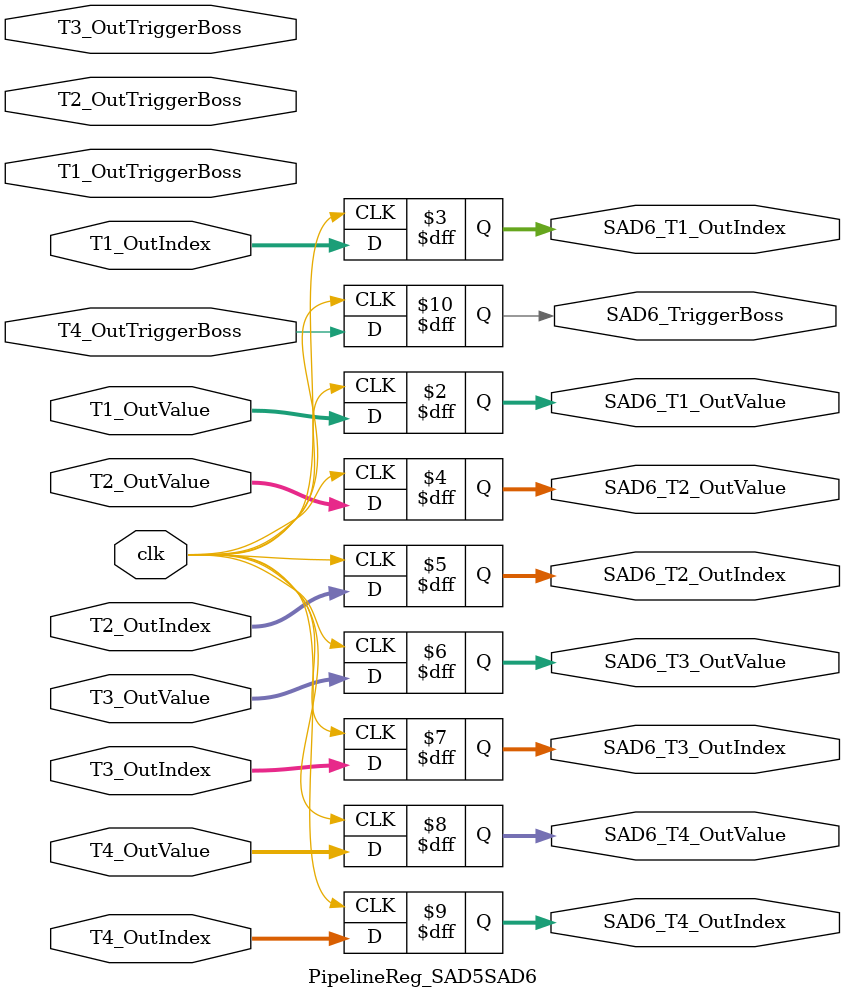
<source format=v>
`timescale 1ns / 1ps

module PipelineReg_SAD5SAD6(
    input clk,
    input [13:0] T1_OutValue,
    input [15:0] T1_OutIndex,
    input T1_OutTriggerBoss,
    input [13:0] T2_OutValue,
    input [15:0] T2_OutIndex,
    input T2_OutTriggerBoss,
    input [13:0] T3_OutValue,
    input [15:0] T3_OutIndex,
    input T3_OutTriggerBoss,
    input [13:0] T4_OutValue,
    input [15:0] T4_OutIndex,
    input T4_OutTriggerBoss,
    output reg [13:0] SAD6_T1_OutValue,
    output reg [15:0] SAD6_T1_OutIndex,
    output reg [13:0] SAD6_T2_OutValue,
    output reg [15:0] SAD6_T2_OutIndex,
    output reg [13:0] SAD6_T3_OutValue,
    output reg [15:0] SAD6_T3_OutIndex,
    output reg [13:0] SAD6_T4_OutValue,
    output reg [15:0] SAD6_T4_OutIndex,
    output reg SAD6_TriggerBoss
);

always @(posedge clk) begin
    SAD6_T1_OutValue <= T1_OutValue;
    SAD6_T1_OutIndex <= T1_OutIndex;
    SAD6_T2_OutValue <= T2_OutValue;
    SAD6_T2_OutIndex <= T2_OutIndex;
    SAD6_T3_OutValue <= T3_OutValue;
    SAD6_T3_OutIndex <= T3_OutIndex;
    SAD6_T4_OutValue <= T4_OutValue;
    SAD6_T4_OutIndex <= T4_OutIndex;
    SAD6_TriggerBoss <= T4_OutTriggerBoss;
end

endmodule
</source>
